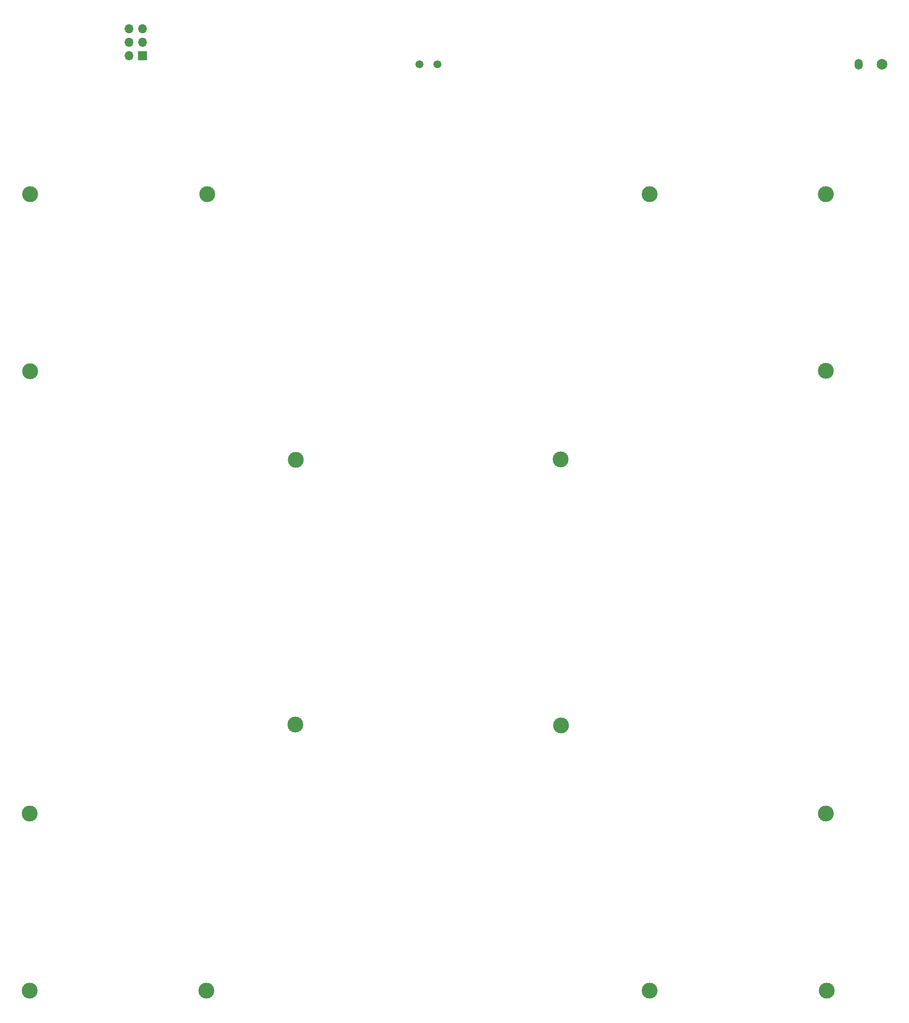
<source format=gbs>
%TF.GenerationSoftware,KiCad,Pcbnew,(6.0.0)*%
%TF.CreationDate,2023-01-18T16:53:03+01:00*%
%TF.ProjectId,backpannel_pcb_11x11_small,6261636b-7061-46e6-9e65-6c5f7063625f,rev?*%
%TF.SameCoordinates,Original*%
%TF.FileFunction,Soldermask,Bot*%
%TF.FilePolarity,Negative*%
%FSLAX46Y46*%
G04 Gerber Fmt 4.6, Leading zero omitted, Abs format (unit mm)*
G04 Created by KiCad (PCBNEW (6.0.0)) date 2023-01-18 16:53:03*
%MOMM*%
%LPD*%
G01*
G04 APERTURE LIST*
%ADD10C,3.000000*%
%ADD11C,2.000000*%
%ADD12O,1.500000X2.000000*%
%ADD13R,1.700000X1.700000*%
%ADD14O,1.700000X1.700000*%
%ADD15C,1.500000*%
G04 APERTURE END LIST*
D10*
%TO.C,*%
X24887380Y13889643D03*
%TD*%
%TO.C,*%
X75000002Y-86166669D03*
%TD*%
%TO.C,*%
X74831071Y-52799873D03*
%TD*%
%TO.C,*%
X41666668Y-86166669D03*
%TD*%
%TO.C,*%
X-75000001Y63833334D03*
%TD*%
%TO.C,*%
X-25056310Y-36054047D03*
%TD*%
%TO.C,*%
X-41666667Y63833334D03*
%TD*%
%TO.C,*%
X-25000000Y13833333D03*
%TD*%
D11*
%TO.C,J1*%
X85424000Y88360000D03*
D12*
X81024000Y88360000D03*
%TD*%
D10*
%TO.C,*%
X74831071Y63833334D03*
%TD*%
%TO.C,*%
X-75106812Y-52833334D03*
%TD*%
%TO.C,*%
X25000001Y-36166668D03*
%TD*%
%TO.C,*%
X-75000001Y30500000D03*
%TD*%
D13*
%TO.C,J2*%
X-53875000Y89933333D03*
D14*
X-56415000Y89933333D03*
X-53875000Y92473333D03*
X-56415000Y92473333D03*
X-53875000Y95013333D03*
X-56415000Y95013333D03*
%TD*%
D10*
%TO.C,*%
X74831071Y30635468D03*
%TD*%
D15*
%TO.C,R2*%
X-1689333Y88304666D03*
X1710667Y88304666D03*
%TD*%
D10*
%TO.C,*%
X41666668Y63833334D03*
%TD*%
%TO.C,*%
X-75106812Y-86154223D03*
%TD*%
%TO.C,*%
X-41785924Y-86154223D03*
%TD*%
M02*

</source>
